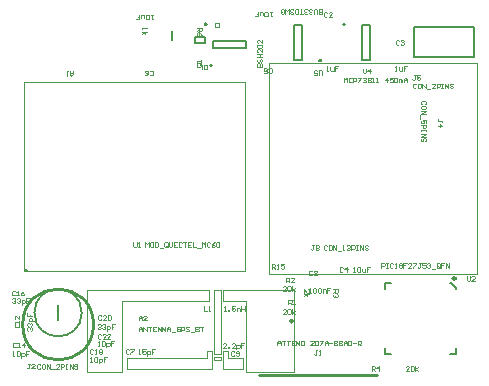
<source format=gto>
%FSLAX44Y44*%
%MOMM*%
G71*
G01*
G75*
G04 Layer_Color=65535*
G04:AMPARAMS|DCode=10|XSize=1.5mm|YSize=3mm|CornerRadius=0.375mm|HoleSize=0mm|Usage=FLASHONLY|Rotation=0.000|XOffset=0mm|YOffset=0mm|HoleType=Round|Shape=RoundedRectangle|*
%AMROUNDEDRECTD10*
21,1,1.5000,2.2500,0,0,0.0*
21,1,0.7500,3.0000,0,0,0.0*
1,1,0.7500,0.3750,-1.1250*
1,1,0.7500,-0.3750,-1.1250*
1,1,0.7500,-0.3750,1.1250*
1,1,0.7500,0.3750,1.1250*
%
%ADD10ROUNDEDRECTD10*%
%ADD11R,0.4000X1.4000*%
%ADD12R,1.8000X1.9000*%
G04:AMPARAMS|DCode=13|XSize=1mm|YSize=1.2mm|CornerRadius=0.165mm|HoleSize=0mm|Usage=FLASHONLY|Rotation=0.000|XOffset=0mm|YOffset=0mm|HoleType=Round|Shape=RoundedRectangle|*
%AMROUNDEDRECTD13*
21,1,1.0000,0.8700,0,0,0.0*
21,1,0.6700,1.2000,0,0,0.0*
1,1,0.3300,0.3350,-0.4350*
1,1,0.3300,-0.3350,-0.4350*
1,1,0.3300,-0.3350,0.4350*
1,1,0.3300,0.3350,0.4350*
%
%ADD13ROUNDEDRECTD13*%
G04:AMPARAMS|DCode=14|XSize=2.35mm|YSize=1.15mm|CornerRadius=0.3852mm|HoleSize=0mm|Usage=FLASHONLY|Rotation=180.000|XOffset=0mm|YOffset=0mm|HoleType=Round|Shape=RoundedRectangle|*
%AMROUNDEDRECTD14*
21,1,2.3500,0.3795,0,0,180.0*
21,1,1.5795,1.1500,0,0,180.0*
1,1,0.7705,-0.7897,0.1898*
1,1,0.7705,0.7897,0.1898*
1,1,0.7705,0.7897,-0.1898*
1,1,0.7705,-0.7897,-0.1898*
%
%ADD14ROUNDEDRECTD14*%
G04:AMPARAMS|DCode=15|XSize=1.3mm|YSize=1mm|CornerRadius=0.25mm|HoleSize=0mm|Usage=FLASHONLY|Rotation=180.000|XOffset=0mm|YOffset=0mm|HoleType=Round|Shape=RoundedRectangle|*
%AMROUNDEDRECTD15*
21,1,1.3000,0.5000,0,0,180.0*
21,1,0.8000,1.0000,0,0,180.0*
1,1,0.5000,-0.4000,0.2500*
1,1,0.5000,0.4000,0.2500*
1,1,0.5000,0.4000,-0.2500*
1,1,0.5000,-0.4000,-0.2500*
%
%ADD15ROUNDEDRECTD15*%
G04:AMPARAMS|DCode=16|XSize=2.5mm|YSize=1.15mm|CornerRadius=0.3852mm|HoleSize=0mm|Usage=FLASHONLY|Rotation=180.000|XOffset=0mm|YOffset=0mm|HoleType=Round|Shape=RoundedRectangle|*
%AMROUNDEDRECTD16*
21,1,2.5000,0.3795,0,0,180.0*
21,1,1.7295,1.1500,0,0,180.0*
1,1,0.7705,-0.8648,0.1898*
1,1,0.7705,0.8648,0.1898*
1,1,0.7705,0.8648,-0.1898*
1,1,0.7705,-0.8648,-0.1898*
%
%ADD16ROUNDEDRECTD16*%
%ADD17O,0.7000X2.5000*%
%ADD18O,2.5000X0.7000*%
%ADD19R,1.1000X1.1000*%
%ADD20R,4.0000X4.0000*%
%ADD21O,1.1000X0.4000*%
%ADD22O,0.4000X1.1000*%
G04:AMPARAMS|DCode=23|XSize=1.1mm|YSize=0.6mm|CornerRadius=0.201mm|HoleSize=0mm|Usage=FLASHONLY|Rotation=180.000|XOffset=0mm|YOffset=0mm|HoleType=Round|Shape=RoundedRectangle|*
%AMROUNDEDRECTD23*
21,1,1.1000,0.1980,0,0,180.0*
21,1,0.6980,0.6000,0,0,180.0*
1,1,0.4020,-0.3490,0.0990*
1,1,0.4020,0.3490,0.0990*
1,1,0.4020,0.3490,-0.0990*
1,1,0.4020,-0.3490,-0.0990*
%
%ADD23ROUNDEDRECTD23*%
G04:AMPARAMS|DCode=24|XSize=1mm|YSize=0.9mm|CornerRadius=0.198mm|HoleSize=0mm|Usage=FLASHONLY|Rotation=90.000|XOffset=0mm|YOffset=0mm|HoleType=Round|Shape=RoundedRectangle|*
%AMROUNDEDRECTD24*
21,1,1.0000,0.5040,0,0,90.0*
21,1,0.6040,0.9000,0,0,90.0*
1,1,0.3960,0.2520,0.3020*
1,1,0.3960,0.2520,-0.3020*
1,1,0.3960,-0.2520,-0.3020*
1,1,0.3960,-0.2520,0.3020*
%
%ADD24ROUNDEDRECTD24*%
G04:AMPARAMS|DCode=25|XSize=0.67mm|YSize=0.67mm|CornerRadius=0.1508mm|HoleSize=0mm|Usage=FLASHONLY|Rotation=180.000|XOffset=0mm|YOffset=0mm|HoleType=Round|Shape=RoundedRectangle|*
%AMROUNDEDRECTD25*
21,1,0.6700,0.3685,0,0,180.0*
21,1,0.3685,0.6700,0,0,180.0*
1,1,0.3015,-0.1843,0.1843*
1,1,0.3015,0.1843,0.1843*
1,1,0.3015,0.1843,-0.1843*
1,1,0.3015,-0.1843,-0.1843*
%
%ADD25ROUNDEDRECTD25*%
G04:AMPARAMS|DCode=26|XSize=0.67mm|YSize=0.67mm|CornerRadius=0.1508mm|HoleSize=0mm|Usage=FLASHONLY|Rotation=270.000|XOffset=0mm|YOffset=0mm|HoleType=Round|Shape=RoundedRectangle|*
%AMROUNDEDRECTD26*
21,1,0.6700,0.3685,0,0,270.0*
21,1,0.3685,0.6700,0,0,270.0*
1,1,0.3015,-0.1843,-0.1843*
1,1,0.3015,-0.1843,0.1843*
1,1,0.3015,0.1843,0.1843*
1,1,0.3015,0.1843,-0.1843*
%
%ADD26ROUNDEDRECTD26*%
G04:AMPARAMS|DCode=27|XSize=1.05mm|YSize=0.65mm|CornerRadius=0.2015mm|HoleSize=0mm|Usage=FLASHONLY|Rotation=90.000|XOffset=0mm|YOffset=0mm|HoleType=Round|Shape=RoundedRectangle|*
%AMROUNDEDRECTD27*
21,1,1.0500,0.2470,0,0,90.0*
21,1,0.6470,0.6500,0,0,90.0*
1,1,0.4030,0.1235,0.3235*
1,1,0.4030,0.1235,-0.3235*
1,1,0.4030,-0.1235,-0.3235*
1,1,0.4030,-0.1235,0.3235*
%
%ADD27ROUNDEDRECTD27*%
G04:AMPARAMS|DCode=28|XSize=0.65mm|YSize=0.5mm|CornerRadius=0.2mm|HoleSize=0mm|Usage=FLASHONLY|Rotation=270.000|XOffset=0mm|YOffset=0mm|HoleType=Round|Shape=RoundedRectangle|*
%AMROUNDEDRECTD28*
21,1,0.6500,0.1000,0,0,270.0*
21,1,0.2500,0.5000,0,0,270.0*
1,1,0.4000,-0.0500,-0.1250*
1,1,0.4000,-0.0500,0.1250*
1,1,0.4000,0.0500,0.1250*
1,1,0.4000,0.0500,-0.1250*
%
%ADD28ROUNDEDRECTD28*%
G04:AMPARAMS|DCode=29|XSize=0.62mm|YSize=0.62mm|CornerRadius=0.1488mm|HoleSize=0mm|Usage=FLASHONLY|Rotation=270.000|XOffset=0mm|YOffset=0mm|HoleType=Round|Shape=RoundedRectangle|*
%AMROUNDEDRECTD29*
21,1,0.6200,0.3224,0,0,270.0*
21,1,0.3224,0.6200,0,0,270.0*
1,1,0.2976,-0.1612,-0.1612*
1,1,0.2976,-0.1612,0.1612*
1,1,0.2976,0.1612,0.1612*
1,1,0.2976,0.1612,-0.1612*
%
%ADD29ROUNDEDRECTD29*%
G04:AMPARAMS|DCode=30|XSize=1mm|YSize=0.95mm|CornerRadius=0.1995mm|HoleSize=0mm|Usage=FLASHONLY|Rotation=0.000|XOffset=0mm|YOffset=0mm|HoleType=Round|Shape=RoundedRectangle|*
%AMROUNDEDRECTD30*
21,1,1.0000,0.5510,0,0,0.0*
21,1,0.6010,0.9500,0,0,0.0*
1,1,0.3990,0.3005,-0.2755*
1,1,0.3990,-0.3005,-0.2755*
1,1,0.3990,-0.3005,0.2755*
1,1,0.3990,0.3005,0.2755*
%
%ADD30ROUNDEDRECTD30*%
G04:AMPARAMS|DCode=31|XSize=1mm|YSize=0.95mm|CornerRadius=0.1995mm|HoleSize=0mm|Usage=FLASHONLY|Rotation=270.000|XOffset=0mm|YOffset=0mm|HoleType=Round|Shape=RoundedRectangle|*
%AMROUNDEDRECTD31*
21,1,1.0000,0.5510,0,0,270.0*
21,1,0.6010,0.9500,0,0,270.0*
1,1,0.3990,-0.2755,-0.3005*
1,1,0.3990,-0.2755,0.3005*
1,1,0.3990,0.2755,0.3005*
1,1,0.3990,0.2755,-0.3005*
%
%ADD31ROUNDEDRECTD31*%
G04:AMPARAMS|DCode=32|XSize=0.5mm|YSize=0.21mm|CornerRadius=0.0347mm|HoleSize=0mm|Usage=FLASHONLY|Rotation=180.000|XOffset=0mm|YOffset=0mm|HoleType=Round|Shape=RoundedRectangle|*
%AMROUNDEDRECTD32*
21,1,0.5000,0.1407,0,0,180.0*
21,1,0.4307,0.2100,0,0,180.0*
1,1,0.0693,-0.2154,0.0704*
1,1,0.0693,0.2154,0.0704*
1,1,0.0693,0.2154,-0.0704*
1,1,0.0693,-0.2154,-0.0704*
%
%ADD32ROUNDEDRECTD32*%
G04:AMPARAMS|DCode=33|XSize=0.3mm|YSize=0.65mm|CornerRadius=0.0495mm|HoleSize=0mm|Usage=FLASHONLY|Rotation=180.000|XOffset=0mm|YOffset=0mm|HoleType=Round|Shape=RoundedRectangle|*
%AMROUNDEDRECTD33*
21,1,0.3000,0.5510,0,0,180.0*
21,1,0.2010,0.6500,0,0,180.0*
1,1,0.0990,-0.1005,0.2755*
1,1,0.0990,0.1005,0.2755*
1,1,0.0990,0.1005,-0.2755*
1,1,0.0990,-0.1005,-0.2755*
%
%ADD33ROUNDEDRECTD33*%
G04:AMPARAMS|DCode=34|XSize=0.65mm|YSize=0.35mm|CornerRadius=0.0735mm|HoleSize=0mm|Usage=FLASHONLY|Rotation=270.000|XOffset=0mm|YOffset=0mm|HoleType=Round|Shape=RoundedRectangle|*
%AMROUNDEDRECTD34*
21,1,0.6500,0.2030,0,0,270.0*
21,1,0.5030,0.3500,0,0,270.0*
1,1,0.1470,-0.1015,-0.2515*
1,1,0.1470,-0.1015,0.2515*
1,1,0.1470,0.1015,0.2515*
1,1,0.1470,0.1015,-0.2515*
%
%ADD34ROUNDEDRECTD34*%
G04:AMPARAMS|DCode=35|XSize=0.3mm|YSize=0.25mm|CornerRadius=0.0525mm|HoleSize=0mm|Usage=FLASHONLY|Rotation=270.000|XOffset=0mm|YOffset=0mm|HoleType=Round|Shape=RoundedRectangle|*
%AMROUNDEDRECTD35*
21,1,0.3000,0.1450,0,0,270.0*
21,1,0.1950,0.2500,0,0,270.0*
1,1,0.1050,-0.0725,-0.0975*
1,1,0.1050,-0.0725,0.0975*
1,1,0.1050,0.0725,0.0975*
1,1,0.1050,0.0725,-0.0975*
%
%ADD35ROUNDEDRECTD35*%
%ADD36C,0.2500*%
%ADD37C,0.3500*%
%ADD38C,0.2000*%
%ADD39C,0.6000*%
%ADD40C,0.3000*%
%ADD41C,0.7000*%
%ADD42C,0.4000*%
%ADD43C,0.5000*%
%ADD44C,0.7000*%
%ADD45C,0.8000*%
G04:AMPARAMS|DCode=46|XSize=1.15mm|YSize=2.1mm|CornerRadius=0.2875mm|HoleSize=0mm|Usage=FLASHONLY|Rotation=90.000|XOffset=0mm|YOffset=0mm|HoleType=Round|Shape=RoundedRectangle|*
%AMROUNDEDRECTD46*
21,1,1.1500,1.5250,0,0,90.0*
21,1,0.5750,2.1000,0,0,90.0*
1,1,0.5750,0.7625,0.2875*
1,1,0.5750,0.7625,-0.2875*
1,1,0.5750,-0.7625,-0.2875*
1,1,0.5750,-0.7625,0.2875*
%
%ADD46ROUNDEDRECTD46*%
%ADD47C,1.8500*%
%ADD48R,1.3000X1.3000*%
%ADD49C,1.3000*%
%ADD50C,0.6000*%
G04:AMPARAMS|DCode=51|XSize=1mm|YSize=0.9mm|CornerRadius=0.198mm|HoleSize=0mm|Usage=FLASHONLY|Rotation=0.000|XOffset=0mm|YOffset=0mm|HoleType=Round|Shape=RoundedRectangle|*
%AMROUNDEDRECTD51*
21,1,1.0000,0.5040,0,0,0.0*
21,1,0.6040,0.9000,0,0,0.0*
1,1,0.3960,0.3020,-0.2520*
1,1,0.3960,-0.3020,-0.2520*
1,1,0.3960,-0.3020,0.2520*
1,1,0.3960,0.3020,0.2520*
%
%ADD51ROUNDEDRECTD51*%
G04:AMPARAMS|DCode=52|XSize=1mm|YSize=1.2mm|CornerRadius=0.165mm|HoleSize=0mm|Usage=FLASHONLY|Rotation=90.000|XOffset=0mm|YOffset=0mm|HoleType=Round|Shape=RoundedRectangle|*
%AMROUNDEDRECTD52*
21,1,1.0000,0.8700,0,0,90.0*
21,1,0.6700,1.2000,0,0,90.0*
1,1,0.3300,0.4350,0.3350*
1,1,0.3300,0.4350,-0.3350*
1,1,0.3300,-0.4350,-0.3350*
1,1,0.3300,-0.4350,0.3350*
%
%ADD52ROUNDEDRECTD52*%
G04:AMPARAMS|DCode=53|XSize=3.5mm|YSize=1.2mm|CornerRadius=0.198mm|HoleSize=0mm|Usage=FLASHONLY|Rotation=180.000|XOffset=0mm|YOffset=0mm|HoleType=Round|Shape=RoundedRectangle|*
%AMROUNDEDRECTD53*
21,1,3.5000,0.8040,0,0,180.0*
21,1,3.1040,1.2000,0,0,180.0*
1,1,0.3960,-1.5520,0.4020*
1,1,0.3960,1.5520,0.4020*
1,1,0.3960,1.5520,-0.4020*
1,1,0.3960,-1.5520,-0.4020*
%
%ADD53ROUNDEDRECTD53*%
G04:AMPARAMS|DCode=54|XSize=0.62mm|YSize=0.62mm|CornerRadius=0.1488mm|HoleSize=0mm|Usage=FLASHONLY|Rotation=0.000|XOffset=0mm|YOffset=0mm|HoleType=Round|Shape=RoundedRectangle|*
%AMROUNDEDRECTD54*
21,1,0.6200,0.3224,0,0,0.0*
21,1,0.3224,0.6200,0,0,0.0*
1,1,0.2976,0.1612,-0.1612*
1,1,0.2976,-0.1612,-0.1612*
1,1,0.2976,-0.1612,0.1612*
1,1,0.2976,0.1612,0.1612*
%
%ADD54ROUNDEDRECTD54*%
%ADD55C,0.2540*%
%ADD56C,0.1000*%
%ADD57C,0.0100*%
%ADD58C,0.1500*%
%ADD59C,0.0500*%
G36*
X266148Y267648D02*
X266624Y266500D01*
X266148Y265352D01*
X265000Y264876D01*
X263852Y265352D01*
X263376Y266500D01*
X263852Y267648D01*
X265000Y268124D01*
X266148Y267648D01*
D02*
G37*
G36*
X169148Y298398D02*
X169624Y297250D01*
X169148Y296102D01*
X168000Y295626D01*
X166852Y296102D01*
X166376Y297250D01*
X166852Y298398D01*
X168000Y298874D01*
X169148Y298398D01*
D02*
G37*
G36*
X286148Y298648D02*
X286624Y297500D01*
X286148Y296352D01*
X285000Y295876D01*
X283852Y296352D01*
X283376Y297500D01*
X283852Y298648D01*
X285000Y299124D01*
X286148Y298648D01*
D02*
G37*
D36*
X241531Y46000D02*
G03*
X241531Y46000I-1031J0D01*
G01*
X379750Y82000D02*
G03*
X379750Y82000I-1250J0D01*
G01*
D38*
X63000Y53000D02*
G03*
X63000Y53000I-20000J0D01*
G01*
X173207Y262500D02*
G03*
X173207Y262500I-707J0D01*
G01*
X43000Y46500D02*
Y59500D01*
X320000Y18000D02*
Y23000D01*
Y18000D02*
X325000D01*
X320000Y73000D02*
Y78000D01*
X325000D01*
X380000Y18000D02*
Y23000D01*
X375000Y18000D02*
X380000D01*
Y73000D02*
Y74000D01*
X376000Y78000D02*
X380000Y74000D01*
X375000Y78000D02*
X376000D01*
X242503Y267001D02*
Y296999D01*
Y267001D02*
X249497D01*
Y296999D01*
X242503D02*
X249497D01*
X307497Y267001D02*
Y296999D01*
X300503D02*
X307497D01*
X300503Y267001D02*
Y296999D01*
Y267001D02*
X307497D01*
X344500Y269500D02*
X395500D01*
X344500D02*
Y294500D01*
X395500D01*
Y269500D02*
Y294500D01*
D55*
X73000Y43000D02*
G03*
X73000Y43000I-30000J0D01*
G01*
X213000Y0D02*
X313000D01*
D56*
X397500Y86000D02*
Y264000D01*
X221500Y86000D02*
X397500D01*
X221500D02*
Y264000D01*
X397500D01*
X183537Y54533D02*
X184870D01*
X184203D01*
Y58532D01*
X183537Y57865D01*
X186869Y54533D02*
Y55199D01*
X187536D01*
Y54533D01*
X186869D01*
X192867Y58532D02*
X190201D01*
Y56532D01*
X191534Y57199D01*
X192201D01*
X192867Y56532D01*
Y55199D01*
X192201Y54533D01*
X190868D01*
X190201Y55199D01*
X194200Y54533D02*
Y57199D01*
X196200D01*
X196866Y56532D01*
Y54533D01*
X198199Y58532D02*
Y54533D01*
Y56532D01*
X200865D01*
Y58532D01*
Y54533D01*
X166500Y58599D02*
Y54600D01*
X169166D01*
X170499D02*
X171832D01*
X171165D01*
Y58599D01*
X170499Y57932D01*
X185366Y23300D02*
X182700D01*
X185366Y25966D01*
Y26632D01*
X184699Y27299D01*
X183366D01*
X182700Y26632D01*
X186699Y23300D02*
Y23966D01*
X187365D01*
Y23300D01*
X186699D01*
X192697D02*
X190031D01*
X192697Y25966D01*
Y26632D01*
X192030Y27299D01*
X190697D01*
X190031Y26632D01*
X194030Y21967D02*
Y25966D01*
X196029D01*
X196695Y25299D01*
Y23966D01*
X196029Y23300D01*
X194030D01*
X200694Y27299D02*
X198028D01*
Y25299D01*
X199361D01*
X198028D01*
Y23300D01*
X192266Y19932D02*
X191599Y20599D01*
X190266D01*
X189600Y19932D01*
Y17266D01*
X190266Y16600D01*
X191599D01*
X192266Y17266D01*
X193599D02*
X194265Y16600D01*
X195598D01*
X196264Y17266D01*
Y19932D01*
X195598Y20599D01*
X194265D01*
X193599Y19932D01*
Y19266D01*
X194265Y18599D01*
X196264D01*
X111100Y18000D02*
X112433D01*
X111767D01*
Y21999D01*
X111100Y21332D01*
X117098Y21999D02*
X114432D01*
Y19999D01*
X115765Y20666D01*
X116432D01*
X117098Y19999D01*
Y18666D01*
X116432Y18000D01*
X115099D01*
X114432Y18666D01*
X118431Y16667D02*
Y20666D01*
X120430D01*
X121097Y19999D01*
Y18666D01*
X120430Y18000D01*
X118431D01*
X125096Y21999D02*
X122430D01*
Y19999D01*
X123763D01*
X122430D01*
Y18000D01*
X102966Y21232D02*
X102299Y21899D01*
X100966D01*
X100300Y21232D01*
Y18566D01*
X100966Y17900D01*
X102299D01*
X102966Y18566D01*
X104299Y21899D02*
X106965D01*
Y21232D01*
X104299Y18566D01*
Y17900D01*
X55493Y257775D02*
Y255109D01*
X54160Y253776D01*
X52827Y255109D01*
Y257775D01*
Y255776D01*
X55493D01*
X51494Y257775D02*
X50161D01*
X50828D01*
Y253776D01*
X51494Y254443D01*
X270284Y258000D02*
X271617D01*
X270951D01*
Y261999D01*
X270284Y261332D01*
X273617Y260666D02*
Y258666D01*
X274283Y258000D01*
X276282D01*
Y260666D01*
X280281Y261999D02*
X277615D01*
Y259999D01*
X278948D01*
X277615D01*
Y258000D01*
X270935Y307049D02*
X270268Y307716D01*
X268935D01*
X268269Y307049D01*
Y304383D01*
X268935Y303717D01*
X270268D01*
X270935Y304383D01*
X274933Y303717D02*
X272268D01*
X274933Y306383D01*
Y307049D01*
X274267Y307716D01*
X272934D01*
X272268Y307049D01*
X328187Y258000D02*
X329520D01*
X328854D01*
Y261999D01*
X328187Y261332D01*
X331520Y260666D02*
Y258666D01*
X332186Y258000D01*
X334185D01*
Y260666D01*
X338184Y261999D02*
X335518D01*
Y259999D01*
X336851D01*
X335518D01*
Y258000D01*
X331666Y283332D02*
X330999Y283999D01*
X329666D01*
X329000Y283332D01*
Y280666D01*
X329666Y280000D01*
X330999D01*
X331666Y280666D01*
X332999Y283332D02*
X333665Y283999D01*
X334998D01*
X335664Y283332D01*
Y282666D01*
X334998Y281999D01*
X334332D01*
X334998D01*
X335664Y281333D01*
Y280666D01*
X334998Y280000D01*
X333665D01*
X332999Y280666D01*
X293000Y87750D02*
X294333D01*
X293666D01*
Y91749D01*
X293000Y91082D01*
X296332D02*
X296999Y91749D01*
X298332D01*
X298998Y91082D01*
Y88417D01*
X298332Y87750D01*
X296999D01*
X296332Y88417D01*
Y91082D01*
X300331Y90416D02*
Y88417D01*
X300997Y87750D01*
X302997D01*
Y90416D01*
X306996Y91749D02*
X304330D01*
Y89749D01*
X305663D01*
X304330D01*
Y87750D01*
X284092Y91082D02*
X283425Y91749D01*
X282092D01*
X281426Y91082D01*
Y88417D01*
X282092Y87750D01*
X283425D01*
X284092Y88417D01*
X287424Y87750D02*
Y91749D01*
X285425Y89749D01*
X288090D01*
X223731Y307781D02*
X222398D01*
X223065D01*
Y303782D01*
X223731Y304449D01*
X220399D02*
X219732Y303782D01*
X218399D01*
X217733Y304449D01*
Y307115D01*
X218399Y307781D01*
X219732D01*
X220399Y307115D01*
Y304449D01*
X216400Y305115D02*
Y307115D01*
X215734Y307781D01*
X213734D01*
Y305115D01*
X209736Y303782D02*
X212401D01*
Y305782D01*
X211068D01*
X212401D01*
Y307781D01*
X221065Y256951D02*
X221732Y256284D01*
X223065D01*
X223731Y256951D01*
Y259617D01*
X223065Y260283D01*
X221732D01*
X221065Y259617D01*
X217066Y256284D02*
X219732D01*
Y258284D01*
X218399Y257617D01*
X217733D01*
X217066Y258284D01*
Y259617D01*
X217733Y260283D01*
X219066D01*
X219732Y259617D01*
X123231Y305381D02*
X121898D01*
X122565D01*
Y301382D01*
X123231Y302049D01*
X119899D02*
X119232Y301382D01*
X117899D01*
X117233Y302049D01*
Y304715D01*
X117899Y305381D01*
X119232D01*
X119899Y304715D01*
Y302049D01*
X115900Y302715D02*
Y304715D01*
X115234Y305381D01*
X113234D01*
Y302715D01*
X109236Y301382D02*
X111901D01*
Y303382D01*
X110569D01*
X111901D01*
Y305381D01*
X120565Y254551D02*
X121232Y253884D01*
X122565D01*
X123231Y254551D01*
Y257217D01*
X122565Y257883D01*
X121232D01*
X120565Y257217D01*
X116566Y253884D02*
X117899Y254551D01*
X119232Y255884D01*
Y257217D01*
X118566Y257883D01*
X117233D01*
X116566Y257217D01*
Y256550D01*
X117233Y255884D01*
X119232D01*
X255564Y70000D02*
X256897D01*
X256231D01*
Y73999D01*
X255564Y73332D01*
X258897D02*
X259563Y73999D01*
X260896D01*
X261562Y73332D01*
Y70666D01*
X260896Y70000D01*
X259563D01*
X258897Y70666D01*
Y73332D01*
X262895D02*
X263562Y73999D01*
X264895D01*
X265561Y73332D01*
Y70666D01*
X264895Y70000D01*
X263562D01*
X262895Y70666D01*
Y73332D01*
X266894Y70000D02*
Y72666D01*
X268894D01*
X269560Y71999D01*
Y70000D01*
X273559Y73999D02*
X270893D01*
Y71999D01*
X272226D01*
X270893D01*
Y70000D01*
X258230Y87932D02*
X257564Y88599D01*
X256231D01*
X255564Y87932D01*
Y85266D01*
X256231Y84600D01*
X257564D01*
X258230Y85266D01*
X259563Y87932D02*
X260230Y88599D01*
X261562D01*
X262229Y87932D01*
Y87266D01*
X261562Y86599D01*
X262229Y85933D01*
Y85266D01*
X261562Y84600D01*
X260230D01*
X259563Y85266D01*
Y85933D01*
X260230Y86599D01*
X259563Y87266D01*
Y87932D01*
X260230Y86599D02*
X261562D01*
X17761Y37816D02*
X17095Y38483D01*
Y39816D01*
X17761Y40482D01*
X18428D01*
X19094Y39816D01*
Y39149D01*
Y39816D01*
X19761Y40482D01*
X20427D01*
X21094Y39816D01*
Y38483D01*
X20427Y37816D01*
X17761Y41815D02*
X17095Y42481D01*
Y43814D01*
X17761Y44481D01*
X18428D01*
X19094Y43814D01*
Y43148D01*
Y43814D01*
X19761Y44481D01*
X20427D01*
X21094Y43814D01*
Y42481D01*
X20427Y41815D01*
X22427Y45814D02*
X18428D01*
Y47813D01*
X19094Y48479D01*
X20427D01*
X21094Y47813D01*
Y45814D01*
X17095Y52478D02*
Y49812D01*
X19094D01*
Y51145D01*
Y49812D01*
X21094D01*
X6868Y43166D02*
X6201Y42499D01*
Y41166D01*
X6868Y40500D01*
X9534D01*
X10200Y41166D01*
Y42499D01*
X9534Y43166D01*
X10200Y44499D02*
Y45832D01*
Y45165D01*
X6201D01*
X6868Y44499D01*
X10200Y50497D02*
Y47831D01*
X7534Y50497D01*
X6868D01*
X6201Y49830D01*
Y48497D01*
X6868Y47831D01*
X4600Y16200D02*
X5933D01*
X5266D01*
Y20199D01*
X4600Y19532D01*
X7932D02*
X8599Y20199D01*
X9932D01*
X10598Y19532D01*
Y16866D01*
X9932Y16200D01*
X8599D01*
X7932Y16866D01*
Y19532D01*
X11931Y14867D02*
Y18866D01*
X13930D01*
X14597Y18199D01*
Y16866D01*
X13930Y16200D01*
X11931D01*
X18595Y20199D02*
X15930D01*
Y18199D01*
X17263D01*
X15930D01*
Y16200D01*
X7866Y26932D02*
X7199Y27599D01*
X5866D01*
X5200Y26932D01*
Y24266D01*
X5866Y23600D01*
X7199D01*
X7866Y24266D01*
X9199Y23600D02*
X10532D01*
X9865D01*
Y27599D01*
X9199Y26932D01*
X14530Y23600D02*
Y27599D01*
X12531Y25599D01*
X15197D01*
X4200Y64532D02*
X4866Y65199D01*
X6199D01*
X6866Y64532D01*
Y63866D01*
X6199Y63199D01*
X5533D01*
X6199D01*
X6866Y62533D01*
Y61866D01*
X6199Y61200D01*
X4866D01*
X4200Y61866D01*
X8199Y64532D02*
X8865Y65199D01*
X10198D01*
X10864Y64532D01*
Y63866D01*
X10198Y63199D01*
X9532D01*
X10198D01*
X10864Y62533D01*
Y61866D01*
X10198Y61200D01*
X8865D01*
X8199Y61866D01*
X12197Y59867D02*
Y63866D01*
X14197D01*
X14863Y63199D01*
Y61866D01*
X14197Y61200D01*
X12197D01*
X18862Y65199D02*
X16196D01*
Y63199D01*
X17529D01*
X16196D01*
Y61200D01*
X6966Y70932D02*
X6299Y71599D01*
X4966D01*
X4300Y70932D01*
Y68266D01*
X4966Y67600D01*
X6299D01*
X6966Y68266D01*
X8299Y67600D02*
X9632D01*
X8965D01*
Y71599D01*
X8299Y70932D01*
X14297Y71599D02*
X12964Y70932D01*
X11631Y69599D01*
Y68266D01*
X12297Y67600D01*
X13630D01*
X14297Y68266D01*
Y68933D01*
X13630Y69599D01*
X11631D01*
X70300Y11400D02*
X71633D01*
X70967D01*
Y15399D01*
X70300Y14732D01*
X73632D02*
X74299Y15399D01*
X75632D01*
X76298Y14732D01*
Y12066D01*
X75632Y11400D01*
X74299D01*
X73632Y12066D01*
Y14732D01*
X77631Y10067D02*
Y14066D01*
X79630D01*
X80297Y13399D01*
Y12066D01*
X79630Y11400D01*
X77631D01*
X84296Y15399D02*
X81630D01*
Y13399D01*
X82963D01*
X81630D01*
Y11400D01*
X72766Y21332D02*
X72099Y21999D01*
X70767D01*
X70100Y21332D01*
Y18666D01*
X70767Y18000D01*
X72099D01*
X72766Y18666D01*
X74099Y18000D02*
X75432D01*
X74765D01*
Y21999D01*
X74099Y21332D01*
X77431D02*
X78097Y21999D01*
X79430D01*
X80097Y21332D01*
Y20666D01*
X79430Y19999D01*
X80097Y19333D01*
Y18666D01*
X79430Y18000D01*
X78097D01*
X77431Y18666D01*
Y19333D01*
X78097Y19999D01*
X77431Y20666D01*
Y21332D01*
X78097Y19999D02*
X79430D01*
X76400Y42432D02*
X77066Y43099D01*
X78399D01*
X79066Y42432D01*
Y41766D01*
X78399Y41099D01*
X77733D01*
X78399D01*
X79066Y40433D01*
Y39766D01*
X78399Y39100D01*
X77066D01*
X76400Y39766D01*
X80399Y42432D02*
X81065Y43099D01*
X82398D01*
X83064Y42432D01*
Y41766D01*
X82398Y41099D01*
X81732D01*
X82398D01*
X83064Y40433D01*
Y39766D01*
X82398Y39100D01*
X81065D01*
X80399Y39766D01*
X84397Y37767D02*
Y41766D01*
X86397D01*
X87063Y41099D01*
Y39766D01*
X86397Y39100D01*
X84397D01*
X91062Y43099D02*
X88396D01*
Y41099D01*
X89729D01*
X88396D01*
Y39100D01*
X79666Y50132D02*
X78999Y50799D01*
X77666D01*
X77000Y50132D01*
Y47467D01*
X77666Y46800D01*
X78999D01*
X79666Y47467D01*
X83665Y46800D02*
X80999D01*
X83665Y49466D01*
Y50132D01*
X82998Y50799D01*
X81665D01*
X80999Y50132D01*
X84997D02*
X85664Y50799D01*
X86997D01*
X87663Y50132D01*
Y47467D01*
X86997Y46800D01*
X85664D01*
X84997Y47467D01*
Y50132D01*
X76600Y25000D02*
X77933D01*
X77266D01*
Y28999D01*
X76600Y28332D01*
X79932D02*
X80599Y28999D01*
X81932D01*
X82598Y28332D01*
Y25666D01*
X81932Y25000D01*
X80599D01*
X79932Y25666D01*
Y28332D01*
X83931Y23667D02*
Y27666D01*
X85930D01*
X86597Y26999D01*
Y25666D01*
X85930Y25000D01*
X83931D01*
X90595Y28999D02*
X87930D01*
Y26999D01*
X89263D01*
X87930D01*
Y25000D01*
X79366Y34432D02*
X78699Y35099D01*
X77366D01*
X76700Y34432D01*
Y31766D01*
X77366Y31100D01*
X78699D01*
X79366Y31766D01*
X83364Y31100D02*
X80699D01*
X83364Y33766D01*
Y34432D01*
X82698Y35099D01*
X81365D01*
X80699Y34432D01*
X87363Y31100D02*
X84697D01*
X87363Y33766D01*
Y34432D01*
X86697Y35099D01*
X85364D01*
X84697Y34432D01*
X178875Y294602D02*
Y298601D01*
X176876D01*
X176209Y297935D01*
Y295269D01*
X176876Y294602D01*
X178875D01*
X169223Y259042D02*
Y263041D01*
X167224D01*
X166557Y262375D01*
Y259709D01*
X167224Y259042D01*
X169223D01*
X165224Y263041D02*
X163891D01*
X164558D01*
Y259042D01*
X165224Y259709D01*
X353632Y229334D02*
X354299Y230001D01*
Y231334D01*
X353632Y232000D01*
X350966D01*
X350300Y231334D01*
Y230001D01*
X350966Y229334D01*
X354299Y226002D02*
Y227335D01*
X353632Y228001D01*
X350966D01*
X350300Y227335D01*
Y226002D01*
X350966Y225336D01*
X353632D01*
X354299Y226002D01*
X350300Y224003D02*
X354299D01*
X350300Y221337D01*
X354299D01*
X349633Y220004D02*
Y217338D01*
X354299Y213339D02*
Y216005D01*
X352299D01*
X352966Y214672D01*
Y214006D01*
X352299Y213339D01*
X350966D01*
X350300Y214006D01*
Y215339D01*
X350966Y216005D01*
X350300Y212006D02*
X354299D01*
Y210007D01*
X353632Y209341D01*
X352299D01*
X351633Y210007D01*
Y212006D01*
X354299Y208008D02*
Y206675D01*
Y207341D01*
X350300D01*
Y208008D01*
Y206675D01*
Y204676D02*
X354299D01*
X350300Y202010D01*
X354299D01*
X353632Y198011D02*
X354299Y198678D01*
Y200010D01*
X353632Y200677D01*
X352966D01*
X352299Y200010D01*
Y198678D01*
X351633Y198011D01*
X350966D01*
X350300Y198678D01*
Y200010D01*
X350966Y200677D01*
X368299Y214334D02*
Y215667D01*
Y215001D01*
X364966D01*
X364300Y215667D01*
Y216334D01*
X364966Y217000D01*
X364300Y211002D02*
X368299D01*
X366299Y213001D01*
Y210336D01*
X346166Y246332D02*
X345499Y246999D01*
X344166D01*
X343500Y246332D01*
Y243666D01*
X344166Y243000D01*
X345499D01*
X346166Y243666D01*
X349498Y246999D02*
X348165D01*
X347499Y246332D01*
Y243666D01*
X348165Y243000D01*
X349498D01*
X350164Y243666D01*
Y246332D01*
X349498Y246999D01*
X351497Y243000D02*
Y246999D01*
X354163Y243000D01*
Y246999D01*
X355496Y242334D02*
X358162D01*
X362161Y243000D02*
X359495D01*
X362161Y245666D01*
Y246332D01*
X361494Y246999D01*
X360161D01*
X359495Y246332D01*
X363493Y243000D02*
Y246999D01*
X365493D01*
X366159Y246332D01*
Y244999D01*
X365493Y244333D01*
X363493D01*
X367492Y246999D02*
X368825D01*
X368159D01*
Y243000D01*
X367492D01*
X368825D01*
X370824D02*
Y246999D01*
X373490Y243000D01*
Y246999D01*
X377489Y246332D02*
X376823Y246999D01*
X375490D01*
X374823Y246332D01*
Y245666D01*
X375490Y244999D01*
X376823D01*
X377489Y244333D01*
Y243666D01*
X376823Y243000D01*
X375490D01*
X374823Y243666D01*
X345666Y253999D02*
X344333D01*
X344999D01*
Y250667D01*
X344333Y250000D01*
X343666D01*
X343000Y250667D01*
X349664Y253999D02*
X346999D01*
Y251999D01*
X348332Y252666D01*
X348998D01*
X349664Y251999D01*
Y250667D01*
X348998Y250000D01*
X347665D01*
X346999Y250667D01*
X211814Y261331D02*
X215813D01*
Y263330D01*
X215147Y263997D01*
X214480D01*
X213814Y263330D01*
Y261331D01*
Y263330D01*
X213147Y263997D01*
X212481D01*
X211814Y263330D01*
Y261331D01*
X212481Y267995D02*
X211814Y267329D01*
Y265996D01*
X212481Y265330D01*
X213147D01*
X213814Y265996D01*
Y267329D01*
X214480Y267995D01*
X215147D01*
X215813Y267329D01*
Y265996D01*
X215147Y265330D01*
X211814Y269328D02*
X215813D01*
X213814D01*
Y271994D01*
X211814D01*
X215813D01*
Y275993D02*
Y273327D01*
X213147Y275993D01*
X212481D01*
X211814Y275326D01*
Y273993D01*
X212481Y273327D01*
Y277326D02*
X211814Y277992D01*
Y279325D01*
X212481Y279992D01*
X215147D01*
X215813Y279325D01*
Y277992D01*
X215147Y277326D01*
X212481D01*
X215813Y283990D02*
Y281325D01*
X213147Y283990D01*
X212481D01*
X211814Y283324D01*
Y281991D01*
X212481Y281325D01*
X163585Y263997D02*
X160919D01*
X160252Y263330D01*
Y261997D01*
X160919Y261331D01*
X163585D01*
X164251Y261997D01*
Y263330D01*
X162918Y262664D02*
X164251Y263997D01*
Y263330D02*
X163585Y263997D01*
X164251Y265330D02*
Y266663D01*
Y265996D01*
X160252D01*
X160919Y265330D01*
X235885Y52000D02*
X233219D01*
X235885Y54666D01*
Y55332D01*
X235218Y55999D01*
X233885D01*
X233219Y55332D01*
X237218D02*
X237884Y55999D01*
X239217D01*
X239883Y55332D01*
Y52666D01*
X239217Y52000D01*
X237884D01*
X237218Y52666D01*
Y55332D01*
X241216Y52000D02*
Y55999D01*
Y53333D02*
X243216Y54666D01*
X241216Y53333D02*
X243216Y52000D01*
X238000Y60000D02*
Y63999D01*
X239999D01*
X240666Y63332D01*
Y61999D01*
X239999Y61333D01*
X238000D01*
X239333D02*
X240666Y60000D01*
X241999D02*
X243332D01*
X242665D01*
Y63999D01*
X241999Y63332D01*
X235885Y71269D02*
X233219D01*
X235885Y73935D01*
Y74601D01*
X235218Y75268D01*
X233885D01*
X233219Y74601D01*
X237218D02*
X237884Y75268D01*
X239217D01*
X239883Y74601D01*
Y71935D01*
X239217Y71269D01*
X237884D01*
X237218Y71935D01*
Y74601D01*
X241216Y71269D02*
Y75268D01*
Y72602D02*
X243216Y73935D01*
X241216Y72602D02*
X243216Y71269D01*
X236212Y78750D02*
Y82749D01*
X238211D01*
X238877Y82082D01*
Y80749D01*
X238211Y80083D01*
X236212D01*
X237544D02*
X238877Y78750D01*
X242876D02*
X240210D01*
X242876Y81416D01*
Y82082D01*
X242210Y82749D01*
X240877D01*
X240210Y82082D01*
X251250Y70084D02*
Y72750D01*
X253916Y70084D01*
X254582D01*
X255249Y70751D01*
Y72084D01*
X254582Y72750D01*
X251250Y68751D02*
X255249D01*
X252583D02*
X253916Y66752D01*
X252583Y68751D02*
X251250Y66752D01*
X275750Y72750D02*
X279749D01*
Y70751D01*
X279082Y70084D01*
X277749D01*
X277083Y70751D01*
Y72750D01*
Y71417D02*
X275750Y70084D01*
X279082Y68751D02*
X279749Y68085D01*
Y66752D01*
X279082Y66086D01*
X278416D01*
X277749Y66752D01*
Y67418D01*
Y66752D01*
X277083Y66086D01*
X276416D01*
X275750Y66752D01*
Y68085D01*
X276416Y68751D01*
X340066Y4000D02*
X337400D01*
X340066Y6666D01*
Y7332D01*
X339399Y7999D01*
X338066D01*
X337400Y7332D01*
X341399D02*
X342065Y7999D01*
X343398D01*
X344064Y7332D01*
Y4666D01*
X343398Y4000D01*
X342065D01*
X341399Y4666D01*
Y7332D01*
X345397Y4000D02*
Y7999D01*
Y5333D02*
X347397Y6666D01*
X345397Y5333D02*
X347397Y4000D01*
X308400D02*
Y7999D01*
X310399D01*
X311066Y7332D01*
Y5999D01*
X310399Y5333D01*
X308400D01*
X309733D02*
X311066Y4000D01*
X314398D02*
Y7999D01*
X312399Y5999D01*
X315065D01*
X114227Y294331D02*
Y292998D01*
Y293665D01*
X118226D01*
X117559Y294331D01*
X114227Y290999D02*
X118226D01*
X115560D02*
X116893Y288999D01*
X115560Y290999D02*
X114227Y288999D01*
X160709Y294331D02*
X164708D01*
Y292332D01*
X164041Y291665D01*
X162708D01*
X162042Y292332D01*
Y294331D01*
Y292998D02*
X160709Y291665D01*
X164708Y287666D02*
X164041Y288999D01*
X162708Y290332D01*
X161376D01*
X160709Y289666D01*
Y288333D01*
X161376Y287666D01*
X162042D01*
X162708Y288333D01*
Y290332D01*
X285000Y248000D02*
Y251999D01*
X286333Y250666D01*
X287666Y251999D01*
Y248000D01*
X291665Y251332D02*
X290998Y251999D01*
X289665D01*
X288999Y251332D01*
Y248666D01*
X289665Y248000D01*
X290998D01*
X291665Y248666D01*
X292997Y248000D02*
Y251999D01*
X294997D01*
X295663Y251332D01*
Y249999D01*
X294997Y249333D01*
X292997D01*
X296996Y251999D02*
X299662D01*
Y251332D01*
X296996Y248666D01*
Y248000D01*
X300995Y251332D02*
X301661Y251999D01*
X302994D01*
X303661Y251332D01*
Y250666D01*
X302994Y249999D01*
X302328D01*
X302994D01*
X303661Y249333D01*
Y248666D01*
X302994Y248000D01*
X301661D01*
X300995Y248666D01*
X304993Y251332D02*
X305660Y251999D01*
X306993D01*
X307659Y251332D01*
Y250666D01*
X306993Y249999D01*
X307659Y249333D01*
Y248666D01*
X306993Y248000D01*
X305660D01*
X304993Y248666D01*
Y249333D01*
X305660Y249999D01*
X304993Y250666D01*
Y251332D01*
X305660Y249999D02*
X306993D01*
X308992Y248000D02*
X310325D01*
X309659D01*
Y251999D01*
X308992Y251332D01*
X312324Y248000D02*
X313657D01*
X312991D01*
Y251999D01*
X312324Y251332D01*
X321655Y248000D02*
Y251999D01*
X319655Y249999D01*
X322321D01*
X326320Y251999D02*
X323654D01*
Y249999D01*
X324987Y250666D01*
X325653D01*
X326320Y249999D01*
Y248666D01*
X325653Y248000D01*
X324320D01*
X323654Y248666D01*
X327653Y251332D02*
X328319Y251999D01*
X329652D01*
X330319Y251332D01*
Y248666D01*
X329652Y248000D01*
X328319D01*
X327653Y248666D01*
Y251332D01*
X331651Y248000D02*
Y250666D01*
X332318D01*
X332984Y249999D01*
Y248000D01*
Y249999D01*
X333651Y250666D01*
X334317Y249999D01*
Y248000D01*
X335650D02*
Y250666D01*
X336983Y251999D01*
X338316Y250666D01*
Y248000D01*
Y249999D01*
X335650D01*
X300933Y259699D02*
Y256366D01*
X301600Y255700D01*
X302933D01*
X303599Y256366D01*
Y259699D01*
X306932Y255700D02*
Y259699D01*
X304932Y257699D01*
X307598D01*
X266193Y305814D02*
Y309813D01*
X264194D01*
X263527Y309146D01*
Y308480D01*
X264194Y307814D01*
X266193D01*
X264194D01*
X263527Y307147D01*
Y306481D01*
X264194Y305814D01*
X266193D01*
X262194D02*
Y309146D01*
X261528Y309813D01*
X260195D01*
X259529Y309146D01*
Y305814D01*
X258196Y306481D02*
X257529Y305814D01*
X256196D01*
X255530Y306481D01*
Y307147D01*
X256196Y307814D01*
X256863D01*
X256196D01*
X255530Y308480D01*
Y309146D01*
X256196Y309813D01*
X257529D01*
X258196Y309146D01*
X254197Y306481D02*
X253531Y305814D01*
X252197D01*
X251531Y306481D01*
Y307147D01*
X252197Y307814D01*
X252864D01*
X252197D01*
X251531Y308480D01*
Y309146D01*
X252197Y309813D01*
X253531D01*
X254197Y309146D01*
X250198Y305814D02*
X247532D01*
X248865D01*
Y309813D01*
X246199Y305814D02*
Y309813D01*
X244200D01*
X243534Y309146D01*
Y306481D01*
X244200Y305814D01*
X246199D01*
X242201Y306481D02*
X241534Y305814D01*
X240201D01*
X239535Y306481D01*
Y307147D01*
X240201Y307814D01*
X240868D01*
X240201D01*
X239535Y308480D01*
Y309146D01*
X240201Y309813D01*
X241534D01*
X242201Y309146D01*
X238202Y305814D02*
Y309813D01*
X236869Y308480D01*
X235536Y309813D01*
Y305814D01*
X231538Y306481D02*
X232204Y305814D01*
X233537D01*
X234203Y306481D01*
Y309146D01*
X233537Y309813D01*
X232204D01*
X231538Y309146D01*
Y307814D01*
X232871D01*
X266193Y254252D02*
Y257584D01*
X265527Y258251D01*
X264194D01*
X263527Y257584D01*
Y254252D01*
X259529D02*
X262194D01*
Y256252D01*
X260861Y255585D01*
X260195D01*
X259529Y256252D01*
Y257584D01*
X260195Y258251D01*
X261528D01*
X262194Y257584D01*
X316791Y91000D02*
Y94999D01*
X318790D01*
X319457Y94332D01*
Y92999D01*
X318790Y92333D01*
X316791D01*
X320790Y94999D02*
X322123D01*
X321456D01*
Y91000D01*
X320790D01*
X322123D01*
X326788Y94332D02*
X326121Y94999D01*
X324788D01*
X324122Y94332D01*
Y91666D01*
X324788Y91000D01*
X326121D01*
X326788Y91666D01*
X328121Y91000D02*
X329454D01*
X328787D01*
Y94999D01*
X328121Y94332D01*
X331453D02*
X332119Y94999D01*
X333452D01*
X334119Y94332D01*
Y93666D01*
X333452Y92999D01*
X334119Y92333D01*
Y91666D01*
X333452Y91000D01*
X332119D01*
X331453Y91666D01*
Y92333D01*
X332119Y92999D01*
X331453Y93666D01*
Y94332D01*
X332119Y92999D02*
X333452D01*
X338117Y94999D02*
X335452D01*
Y92999D01*
X336785D01*
X335452D01*
Y91000D01*
X342116D02*
X339450D01*
X342116Y93666D01*
Y94332D01*
X341450Y94999D01*
X340117D01*
X339450Y94332D01*
X343449Y94999D02*
X346115D01*
Y94332D01*
X343449Y91666D01*
Y91000D01*
X350113Y94999D02*
X348781D01*
X349447D01*
Y91666D01*
X348781Y91000D01*
X348114D01*
X347448Y91666D01*
X354112Y94999D02*
X351446D01*
Y92999D01*
X352779Y93666D01*
X353446D01*
X354112Y92999D01*
Y91666D01*
X353446Y91000D01*
X352113D01*
X351446Y91666D01*
X355445Y94332D02*
X356111Y94999D01*
X357444D01*
X358111Y94332D01*
Y93666D01*
X357444Y92999D01*
X356778D01*
X357444D01*
X358111Y92333D01*
Y91666D01*
X357444Y91000D01*
X356111D01*
X355445Y91666D01*
X359444Y90334D02*
X362110D01*
X366108Y91666D02*
Y94332D01*
X365442Y94999D01*
X364109D01*
X363442Y94332D01*
Y91666D01*
X364109Y91000D01*
X365442D01*
X364775Y92333D02*
X366108Y91000D01*
X365442D02*
X366108Y91666D01*
X370107Y94999D02*
X367441D01*
Y92999D01*
X368774D01*
X367441D01*
Y91000D01*
X371440D02*
Y94999D01*
X374106Y91000D01*
Y94999D01*
X389000Y83999D02*
Y80666D01*
X389666Y80000D01*
X390999D01*
X391666Y80666D01*
Y83999D01*
X395664Y80000D02*
X392999D01*
X395664Y82666D01*
Y83332D01*
X394998Y83999D01*
X393665D01*
X392999Y83332D01*
X117000Y108500D02*
Y112499D01*
X118333Y111166D01*
X119666Y112499D01*
Y108500D01*
X122998Y112499D02*
X121665D01*
X120999Y111832D01*
Y109166D01*
X121665Y108500D01*
X122998D01*
X123665Y109166D01*
Y111832D01*
X122998Y112499D01*
X124997D02*
Y108500D01*
X126997D01*
X127663Y109166D01*
Y111832D01*
X126997Y112499D01*
X124997D01*
X128996Y107833D02*
X131662D01*
X135661Y109166D02*
Y111832D01*
X134994Y112499D01*
X133661D01*
X132995Y111832D01*
Y109166D01*
X133661Y108500D01*
X134994D01*
X134328Y109833D02*
X135661Y108500D01*
X134994D02*
X135661Y109166D01*
X136994Y112499D02*
Y109166D01*
X137660Y108500D01*
X138993D01*
X139659Y109166D01*
Y112499D01*
X143658D02*
X140992D01*
Y108500D01*
X143658D01*
X140992Y110499D02*
X142325D01*
X147657Y111832D02*
X146990Y112499D01*
X145657D01*
X144991Y111832D01*
Y109166D01*
X145657Y108500D01*
X146990D01*
X147657Y109166D01*
X148990Y112499D02*
X151655D01*
X150323D01*
Y108500D01*
X155654Y112499D02*
X152988D01*
Y108500D01*
X155654D01*
X152988Y110499D02*
X154321D01*
X156987Y112499D02*
Y108500D01*
X159653D01*
X160986Y107833D02*
X163652D01*
X164984Y108500D02*
Y112499D01*
X166317Y111166D01*
X167650Y112499D01*
Y108500D01*
X171649Y111832D02*
X170982Y112499D01*
X169650D01*
X168983Y111832D01*
Y109166D01*
X169650Y108500D01*
X170982D01*
X171649Y109166D01*
X175648Y112499D02*
X174315Y111832D01*
X172982Y110499D01*
Y109166D01*
X173648Y108500D01*
X174981D01*
X175648Y109166D01*
Y109833D01*
X174981Y110499D01*
X172982D01*
X176980Y111832D02*
X177647Y112499D01*
X178980D01*
X179646Y111832D01*
Y109166D01*
X178980Y108500D01*
X177647D01*
X176980Y109166D01*
Y111832D01*
X106800Y112499D02*
Y109166D01*
X107466Y108500D01*
X108799D01*
X109466Y109166D01*
Y112499D01*
X110799Y108500D02*
X112132D01*
X111465D01*
Y112499D01*
X110799Y111832D01*
X270666Y109332D02*
X269999Y109999D01*
X268666D01*
X268000Y109332D01*
Y106666D01*
X268666Y106000D01*
X269999D01*
X270666Y106666D01*
X273998Y109999D02*
X272665D01*
X271999Y109332D01*
Y106666D01*
X272665Y106000D01*
X273998D01*
X274664Y106666D01*
Y109332D01*
X273998Y109999D01*
X275997Y106000D02*
Y109999D01*
X278663Y106000D01*
Y109999D01*
X279996Y105333D02*
X282662D01*
X283995Y106000D02*
X285328D01*
X284661D01*
Y109999D01*
X283995Y109332D01*
X287327D02*
X287994Y109999D01*
X289326D01*
X289993Y109332D01*
Y108666D01*
X289326Y107999D01*
X288660D01*
X289326D01*
X289993Y107333D01*
Y106666D01*
X289326Y106000D01*
X287994D01*
X287327Y106666D01*
X291326Y106000D02*
Y109999D01*
X293325D01*
X293992Y109332D01*
Y107999D01*
X293325Y107333D01*
X291326D01*
X295324Y109999D02*
X296657D01*
X295991D01*
Y106000D01*
X295324D01*
X296657D01*
X298657D02*
Y109999D01*
X301322Y106000D01*
Y109999D01*
X305321Y109332D02*
X304655Y109999D01*
X303322D01*
X302655Y109332D01*
Y108666D01*
X303322Y107999D01*
X304655D01*
X305321Y107333D01*
Y106666D01*
X304655Y106000D01*
X303322D01*
X302655Y106666D01*
X259666Y109999D02*
X258333D01*
X258999D01*
Y106666D01*
X258333Y106000D01*
X257666D01*
X257000Y106666D01*
X260999Y109332D02*
X261665Y109999D01*
X262998D01*
X263664Y109332D01*
Y108666D01*
X262998Y107999D01*
X263664Y107333D01*
Y106666D01*
X262998Y106000D01*
X261665D01*
X260999Y106666D01*
Y107333D01*
X261665Y107999D01*
X260999Y108666D01*
Y109332D01*
X261665Y107999D02*
X262998D01*
X28097Y8932D02*
X27430Y9599D01*
X26097D01*
X25431Y8932D01*
Y6266D01*
X26097Y5600D01*
X27430D01*
X28097Y6266D01*
X31429Y9599D02*
X30096D01*
X29430Y8932D01*
Y6266D01*
X30096Y5600D01*
X31429D01*
X32095Y6266D01*
Y8932D01*
X31429Y9599D01*
X33428Y5600D02*
Y9599D01*
X36094Y5600D01*
Y9599D01*
X37427Y4933D02*
X40093D01*
X44092Y5600D02*
X41426D01*
X44092Y8266D01*
Y8932D01*
X43425Y9599D01*
X42092D01*
X41426Y8932D01*
X45424Y5600D02*
Y9599D01*
X47424D01*
X48090Y8932D01*
Y7599D01*
X47424Y6933D01*
X45424D01*
X49423Y9599D02*
X50756D01*
X50090D01*
Y5600D01*
X49423D01*
X50756D01*
X52755D02*
Y9599D01*
X55421Y5600D01*
Y9599D01*
X59420Y8932D02*
X58753Y9599D01*
X57421D01*
X56754Y8932D01*
Y8266D01*
X57421Y7599D01*
X58753D01*
X59420Y6933D01*
Y6266D01*
X58753Y5600D01*
X57421D01*
X56754Y6266D01*
X19066Y9799D02*
X17733D01*
X18399D01*
Y6466D01*
X17733Y5800D01*
X17066D01*
X16400Y6466D01*
X23064Y5800D02*
X20399D01*
X23064Y8466D01*
Y9132D01*
X22398Y9799D01*
X21065D01*
X20399Y9132D01*
X228700Y25300D02*
Y27966D01*
X230033Y29299D01*
X231366Y27966D01*
Y25300D01*
Y27299D01*
X228700D01*
X232699Y29299D02*
X235364D01*
X234032D01*
Y25300D01*
X236697Y29299D02*
X239363D01*
X238030D01*
Y25300D01*
X243362Y29299D02*
X240696D01*
Y25300D01*
X243362D01*
X240696Y27299D02*
X242029D01*
X244695Y25300D02*
Y29299D01*
X247361Y25300D01*
Y29299D01*
X248694D02*
Y25300D01*
X250693D01*
X251359Y25966D01*
Y28632D01*
X250693Y29299D01*
X248694D01*
X259357Y25300D02*
X256691D01*
X259357Y27966D01*
Y28632D01*
X258690Y29299D01*
X257357D01*
X256691Y28632D01*
X260690D02*
X261356Y29299D01*
X262689D01*
X263355Y28632D01*
Y25966D01*
X262689Y25300D01*
X261356D01*
X260690Y25966D01*
Y28632D01*
X264688Y29299D02*
X267354D01*
Y28632D01*
X264688Y25966D01*
Y25300D01*
X268687D02*
Y27966D01*
X270020Y29299D01*
X271353Y27966D01*
Y25300D01*
Y27299D01*
X268687D01*
X272686D02*
X275352D01*
X276684Y29299D02*
Y25300D01*
X278684D01*
X279350Y25966D01*
Y26633D01*
X278684Y27299D01*
X276684D01*
X278684D01*
X279350Y27966D01*
Y28632D01*
X278684Y29299D01*
X276684D01*
X280683D02*
Y25300D01*
X282682D01*
X283349Y25966D01*
Y26633D01*
X282682Y27299D01*
X280683D01*
X282682D01*
X283349Y27966D01*
Y28632D01*
X282682Y29299D01*
X280683D01*
X284682Y25300D02*
Y27966D01*
X286015Y29299D01*
X287348Y27966D01*
Y25300D01*
Y27299D01*
X284682D01*
X288680Y28632D02*
X289347Y29299D01*
X290680D01*
X291346Y28632D01*
Y25966D01*
X290680Y25300D01*
X289347D01*
X288680Y25966D01*
Y28632D01*
X292679Y27299D02*
X295345D01*
X296678Y25300D02*
Y29299D01*
X298677D01*
X299344Y28632D01*
Y27299D01*
X298677Y26633D01*
X296678D01*
X298011D02*
X299344Y25300D01*
X262439Y21399D02*
X261106D01*
X261772D01*
Y18066D01*
X261106Y17400D01*
X260439D01*
X259773Y18066D01*
X263772Y17400D02*
X265105D01*
X264438D01*
Y21399D01*
X263772Y20732D01*
X111300Y37200D02*
Y39866D01*
X112633Y41199D01*
X113966Y39866D01*
Y37200D01*
Y39199D01*
X111300D01*
X115299Y37200D02*
Y41199D01*
X117964Y37200D01*
Y41199D01*
X119297D02*
X121963D01*
X120630D01*
Y37200D01*
X125962Y41199D02*
X123296D01*
Y37200D01*
X125962D01*
X123296Y39199D02*
X124629D01*
X127295Y37200D02*
Y41199D01*
X129961Y37200D01*
Y41199D01*
X131293Y37200D02*
Y41199D01*
X133959Y37200D01*
Y41199D01*
X135292Y37200D02*
Y39866D01*
X136625Y41199D01*
X137958Y39866D01*
Y37200D01*
Y39199D01*
X135292D01*
X139291Y36534D02*
X141957D01*
X145955Y40532D02*
X145289Y41199D01*
X143956D01*
X143290Y40532D01*
Y37866D01*
X143956Y37200D01*
X145289D01*
X145955Y37866D01*
Y39199D01*
X144622D01*
X147288Y37200D02*
Y41199D01*
X149288D01*
X149954Y40532D01*
Y39199D01*
X149288Y38533D01*
X147288D01*
X153953Y40532D02*
X153286Y41199D01*
X151953D01*
X151287Y40532D01*
Y39866D01*
X151953Y39199D01*
X153286D01*
X153953Y38533D01*
Y37866D01*
X153286Y37200D01*
X151953D01*
X151287Y37866D01*
X155286Y36534D02*
X157951D01*
X159284Y41199D02*
Y37200D01*
X161284D01*
X161950Y37866D01*
Y38533D01*
X161284Y39199D01*
X159284D01*
X161284D01*
X161950Y39866D01*
Y40532D01*
X161284Y41199D01*
X159284D01*
X163283D02*
X165949D01*
X164616D01*
Y37200D01*
X111300Y46400D02*
Y49066D01*
X112633Y50399D01*
X113966Y49066D01*
Y46400D01*
Y48399D01*
X111300D01*
X117964Y46400D02*
X115299D01*
X117964Y49066D01*
Y49732D01*
X117298Y50399D01*
X115965D01*
X115299Y49732D01*
X224237Y90303D02*
Y94302D01*
X226236D01*
X226903Y93635D01*
Y92302D01*
X226236Y91636D01*
X224237D01*
X225570D02*
X226903Y90303D01*
X228236D02*
X229569D01*
X228902D01*
Y94302D01*
X228236Y93635D01*
X234234Y94302D02*
X231568D01*
Y92302D01*
X232901Y92969D01*
X233567D01*
X234234Y92302D01*
Y90969D01*
X233567Y90303D01*
X232234D01*
X231568Y90969D01*
D57*
X14500Y88000D02*
X201500D01*
Y248000D01*
X14500D02*
X201500D01*
X14500Y88000D02*
Y248000D01*
Y90000D02*
X16500Y88000D01*
X14500Y91000D02*
X17500Y88000D01*
X14500Y89000D02*
X15500Y88000D01*
D58*
X139500Y283600D02*
Y291600D01*
X174000Y277000D02*
Y283000D01*
X202000D01*
Y277000D02*
Y283000D01*
X174000Y277000D02*
X202000D01*
X159000Y286750D02*
X167000D01*
X159000Y281750D02*
Y286750D01*
Y281750D02*
X167000D01*
Y286750D01*
D59*
X101400Y5000D02*
Y15000D01*
X170900Y62500D02*
Y72500D01*
X169000Y20700D02*
X173500D01*
Y5000D02*
Y15000D01*
X175000Y13200D02*
Y15900D01*
X182500Y62500D02*
Y72500D01*
Y20700D02*
X187000D01*
X181000Y13200D02*
Y15900D01*
X199400Y5000D02*
Y15000D01*
X173500D02*
Y20700D01*
X169000Y15000D02*
Y20700D01*
X187000Y15000D02*
Y20700D01*
X182500Y5000D02*
Y20700D01*
X187000Y15000D02*
Y20700D01*
X67400Y2500D02*
Y72500D01*
X97400Y2500D02*
Y62500D01*
X175000Y17900D02*
Y72500D01*
X181000Y17900D02*
Y72500D01*
X202400Y2500D02*
Y62500D01*
X242400Y2500D02*
Y72500D01*
X202400D02*
X242400D01*
X175000D02*
X181000D01*
X182500Y62500D02*
X202400D01*
X182500Y72500D02*
X202400D01*
X175000Y17900D02*
X181000D01*
X202400Y2500D02*
X242400D01*
X182500Y5000D02*
X199400D01*
X187000Y15000D02*
X199400D01*
X175000Y13200D02*
X181000D01*
X175000Y15900D02*
X181000D01*
X97400Y62500D02*
X170900D01*
X67400Y72500D02*
X170900D01*
X101400Y15000D02*
X169000D01*
X101400Y5000D02*
X173500D01*
X67400Y2500D02*
X97400D01*
M02*

</source>
